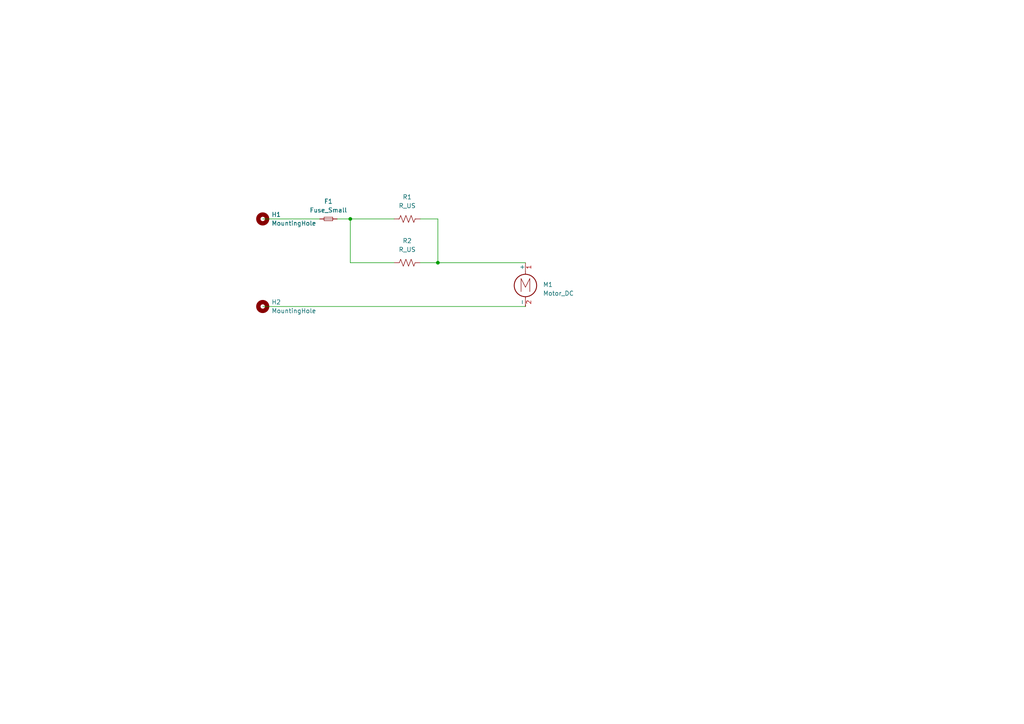
<source format=kicad_sch>
(kicad_sch (version 20250114) (generator "eeschema") (generator_version "9.0")
  (paper "A4")
  (lib_symbols
    (symbol "Device:Fuse_Small" (pin_numbers (hide yes)) (pin_names (offset 0.254) (hide yes))
      (property "Reference" "F" (at 0 -1.524 0))
      (property "Value" "Fuse_Small" (at 0 1.524 0))
      (symbol "Fuse_Small_0_1"
        (rectangle (start -1.27 0.508) (end 1.27 -0.508))
        (polyline (pts (xy -1.27 0) (xy 1.27 0)))
      )
      (symbol "Fuse_Small_1_1"
        (pin passive line (at -2.54 0 0) (length 1.27) (name "~") (number "1"))
        (pin passive line (at 2.54 0 180) (length 1.27) (name "~") (number "2"))
      )
    )
    (symbol "Device:R_US" (pin_numbers (hide yes)) (pin_names (offset 0))
      (property "Reference" "R" (at 2.54 0 90))
      (property "Value" "R_US" (at -2.54 0 90))
      (symbol "R_US_0_1"
        (polyline (pts (xy 0 2.286) (xy 0 2.54)))
        (polyline (pts (xy 0 2.286) (xy 1.016 1.905) (xy 0 1.524) (xy -1.016 1.143) (xy 0 0.762)))
        (polyline (pts (xy 0 0.762) (xy 1.016 0.381) (xy 0 0) (xy -1.016 -0.381) (xy 0 -0.762)))
        (polyline (pts (xy 0 -0.762) (xy 1.016 -1.143) (xy 0 -1.524) (xy -1.016 -1.905) (xy 0 -2.286)))
        (polyline (pts (xy 0 -2.286) (xy 0 -2.54)))
      )
      (symbol "R_US_1_1"
        (pin passive line (at 0 3.81 270) (length 1.27) (name "~") (number "1"))
        (pin passive line (at 0 -3.81 90) (length 1.27) (name "~") (number "2"))
      )
    )
    (symbol "Mechanical:MountingHole" (pin_names (offset 1.016)) (in_bom no)
      (property "Reference" "H" (at 0 5.08 0))
      (property "Value" "MountingHole" (at 0 3.175 0))
      (symbol "MountingHole_0_1"
        (circle (center 0 0) (radius 1.27) (stroke (width 1.27)))
      )
    )
    (symbol "Motor:Motor_DC" (pin_names (offset 0))
      (property "Reference" "M" (at 2.54 2.54 0))
      (property "Value" "Motor_DC" (at 2.54 -5.08 0))
      (symbol "Motor_DC_0_0"
        (polyline (pts (xy -1.27 -3.302) (xy -1.27 0.508) (xy 0 -2.032) (xy 1.27 0.508) (xy 1.27 -3.302)))
      )
      (symbol "Motor_DC_0_1"
        (polyline (pts (xy 0 2.032) (xy 0 2.54)))
        (polyline (pts (xy 0 1.7272) (xy 0 2.0828)))
        (circle (center 0 -1.524) (radius 3.2512) (stroke (width 0.254)))
        (polyline (pts (xy 0 -4.7752) (xy 0 -5.1816)))
        (polyline (pts (xy 0 -7.62) (xy 0 -7.112)))
      )
      (symbol "Motor_DC_1_1"
        (pin passive line (at 0 5.08 270) (length 2.54) (name "+") (number "1"))
        (pin passive line (at 0 -7.62 90) (length 2.54) (name "-") (number "2"))
      )
    )
  )
  (junction (at 101.6 63.5))
  (junction (at 127 76.2))
  (wire (pts (xy 101.6 76.2) (xy 114.3 76.2)))
  (wire (pts (xy 97.79 63.5) (xy 101.6 63.5)))
  (wire (pts (xy 127 63.5) (xy 127 76.2)))
  (wire (pts (xy 127 76.2) (xy 121.92 76.2)))
  (wire (pts (xy 101.6 63.5) (xy 101.6 76.2)))
  (wire (pts (xy 101.6 63.5) (xy 114.3 63.5)))
  (wire (pts (xy 121.92 63.5) (xy 127 63.5)))
  (wire (pts (xy 76.2 63.5) (xy 92.71 63.5)))
  (wire (pts (xy 127 76.2) (xy 152.4 76.2)))
  (wire (pts (xy 76.2 88.9) (xy 152.4 88.9)))
  (symbol (lib_id "Device:Fuse_Small") (at 95.25 63.5 0) (unit 1)
    (property "Reference" "F1" (at 95.25 58.42 0))
    (property "Value" "Fuse_Small" (at 95.25 60.96 0))
    (property "Description" "Fuse, small symbol" (effects (hide yes)))
  )
  (symbol (lib_id "Device:R_US") (at 118.11 76.2 90) (unit 1)
    (property "Reference" "R2" (at 118.11 69.85 90))
    (property "Value" "R_US" (at 118.11 72.39 90))
    (property "Description" "Resistor, US symbol" (effects (hide yes)))
  )
  (symbol (lib_id "Device:R_US") (at 118.11 63.5 90) (unit 1)
    (property "Reference" "R1" (at 118.11 57.15 90))
    (property "Value" "R_US" (at 118.11 59.69 90))
    (property "Description" "Resistor, US symbol" (effects (hide yes)))
  )
  (symbol (lib_id "Motor:Motor_DC") (at 152.4 81.28 0) (unit 1)
    (property "Reference" "M1" (at 157.48 82.5499 0) (effects (justify left)))
    (property "Value" "Motor_DC" (at 157.48 85.0899 0) (effects (justify left)))
    (property "Description" "DC Motor" (effects (hide yes)))
  )
  (symbol (lib_id "Mechanical:MountingHole") (at 76.2 88.9 0) (unit 1) (in_bom no)
    (property "Reference" "H2" (at 78.74 87.6299 0) (effects (justify left)))
    (property "Value" "MountingHole" (at 78.74 90.1699 0) (effects (justify left)))
    (property "Description" "Mounting Hole without connection" (effects (hide yes)))
  )
  (symbol (lib_id "Mechanical:MountingHole") (at 76.2 63.5 0) (unit 1) (in_bom no)
    (property "Reference" "H1" (at 78.74 62.2299 0) (effects (justify left)))
    (property "Value" "MountingHole" (at 78.74 64.7699 0) (effects (justify left)))
    (property "Description" "Mounting Hole without connection" (effects (hide yes)))
  )
)
</source>
